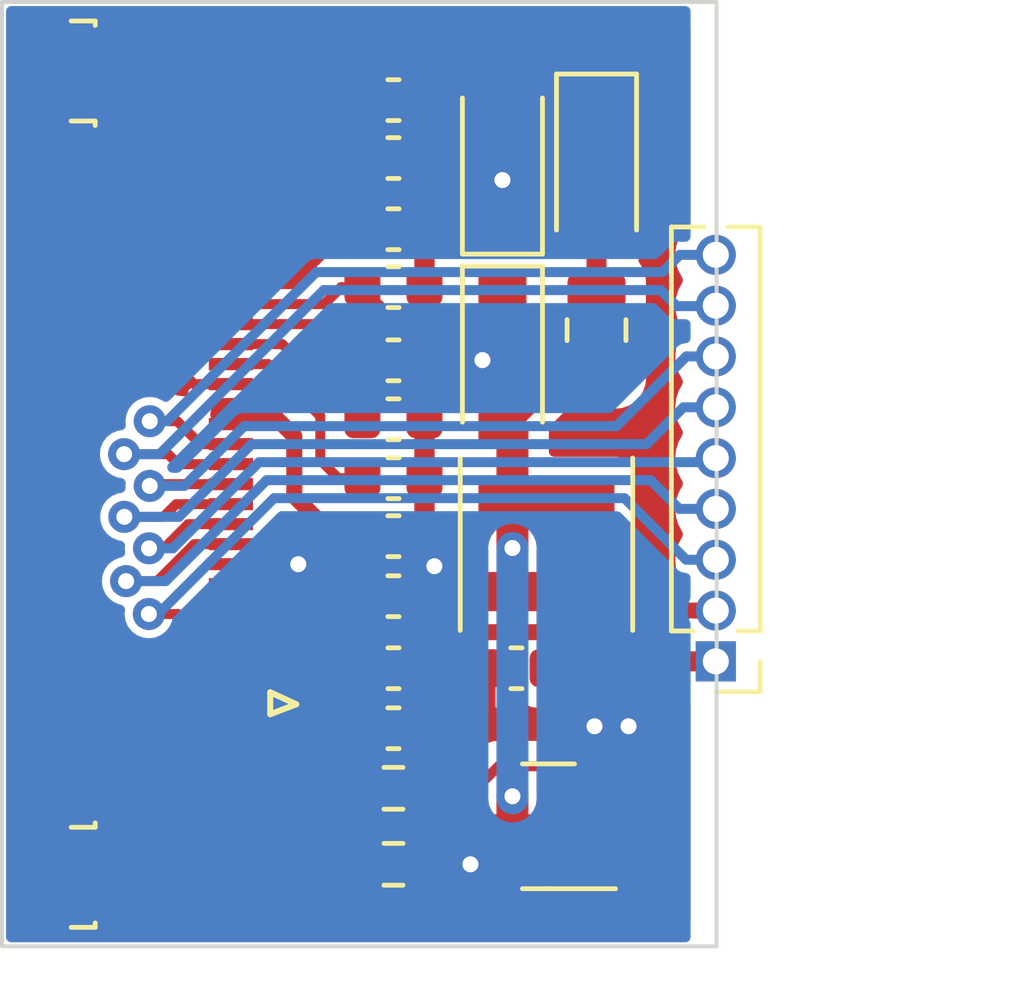
<source format=kicad_pcb>
(kicad_pcb (version 20211014) (generator pcbnew)
  (layers (0 "F.Cu" signal) (31 "B.Cu" signal) (34 "B.Paste" user) (35 "F.Paste" user) (36 "B.SilkS" user "B.Silkscreen") (37 "F.SilkS" user "F.Silkscreen") (38 "B.Mask" user) (39 "F.Mask" user) (44 "Edge.Cuts" user))
  (net 0 "")
  (net 1 "+3V3")
  (net 2 "GND")
  (net 3 "/VGH")
  (net 4 "/VGL")
  (net 5 "/VDD")
  (net 6 "/PREVGH")
  (net 7 "/PREVGL")
  (net 8 "/VSH")
  (net 9 "/VSL")
  (net 10 "/VCOM")
  (net 11 "Net-(C13-Pad1)")
  (net 12 "Net-(C13-Pad2)")
  (net 18 "/CS1")
  (net 19 "/GDR")
  (net 20 "/RESE")
  (net 21 "/TSCL")
  (net 22 "/TSDA")
  (net 23 "/EPD_BUSY")
  (net 24 "/EPD_RST")
  (net 25 "/EPD_DC")
  (net 26 "/EPD_CS")
  (net 27 "/EPD_CLK")
  (net 28 "/EPD_DIN")
  (net 29 "/VPP")
  (footprint "Resistor_SMD:R_0603_1608Metric" (layer "F.Cu") (at 128.778 95.15)
    (fp_text reference "R2" hide)
    (fp_text value "3R")
    (fp_line (start -0.237258 -0.5225) (end 0.237258 -0.5225) (layer "F.SilkS") (width 0.12))
    (fp_line (start -0.237258 0.5225) (end 0.237258 0.5225) (layer "F.SilkS") (width 0.12))
    (pad "1" smd roundrect (at -0.825 0) (size 0.8 0.95) (layers "F.Cu" "F.Paste" "F.Mask") (net 20 "/RESE"))
    (pad "2" smd roundrect (at 0.825 0) (size 0.8 0.95) (layers "F.Cu" "F.Paste" "F.Mask") (net 2 "GND"))
  )
  (footprint "Package_TO_SOT_SMD:SOT-23" (layer "F.Cu") (at 132.65 96.1 180)
    (fp_text reference "Q1" hide)
    (fp_text value "IRLML6344")
    (fp_line (start 0 -1.56) (end -1.675 -1.56) (layer "F.SilkS") (width 0.12))
    (fp_line (start 0 1.56) (end 0.65 1.56) (layer "F.SilkS") (width 0.12))
    (fp_line (start 0 1.56) (end -0.65 1.56) (layer "F.SilkS") (width 0.12))
    (fp_line (start 0 -1.56) (end 0.65 -1.56) (layer "F.SilkS") (width 0.12))
    (pad "1" smd roundrect (at -0.9375 -0.95 180) (size 1.475 0.6) (layers "F.Cu" "F.Paste" "F.Mask") (net 19 "/GDR"))
    (pad "2" smd roundrect (at -0.9375 0.95 180) (size 1.475 0.6) (layers "F.Cu" "F.Paste" "F.Mask") (net 20 "/RESE"))
    (pad "3" smd roundrect (at 0.9375 0 180) (size 1.475 0.6) (layers "F.Cu" "F.Paste" "F.Mask") (net 11 "Net-(C13-Pad1)"))
  )
  (footprint "Diode_SMD:D_SOD-123" (layer "F.Cu") (at 131.5 84.35 -90)
    (fp_text reference "D3" hide)
    (fp_text value "MBR0530")
    (fp_line (start -2.25 1) (end 1.65 1) (layer "F.SilkS") (width 0.12))
    (fp_line (start -2.25 -1) (end -2.25 1) (layer "F.SilkS") (width 0.12))
    (fp_line (start -2.25 -1) (end 1.65 -1) (layer "F.SilkS") (width 0.12))
    (pad "1" smd rect (at -1.65 0 270) (size 0.9 1.2) (layers "F.Cu" "F.Paste" "F.Mask") (net 6 "/PREVGH"))
    (pad "2" smd rect (at 1.65 0 270) (size 0.9 1.2) (layers "F.Cu" "F.Paste" "F.Mask") (net 11 "Net-(C13-Pad1)"))
  )
  (footprint "Inductor_SMD:L_Coilcraft_XxL4020" (layer "F.Cu") (at 132.6 89.05 -90)
    (fp_text reference "L1" hide)
    (fp_text value "10uH")
    (fp_line (start 2.154 2.154) (end -2.154 2.154) (layer "F.SilkS") (width 0.12))
    (fp_line (start -2.154 -2.154) (end 2.154 -2.154) (layer "F.SilkS") (width 0.12))
    (pad "1" smd rect (at -1.185 0 270) (size 0.98 3.4) (layers "F.Cu" "F.Paste" "F.Mask") (net 11 "Net-(C13-Pad1)"))
    (pad "2" smd rect (at 1.185 0 270) (size 0.98 3.4) (layers "F.Cu" "F.Paste" "F.Mask") (net 1 "+3V3"))
  )
  (footprint "Connector_FFC-FPC:TE_3-1734839-4_1x34-1MP_P0.5mm_Horizontal" (layer "F.Cu") (at 123.3678 87.2998 -90)
    (fp_text reference "J1" hide)
    (fp_text value "Conn_01x34_MountingPin")
    (fp_line (start -11.215 2.04) (end -11.325 2.04) (layer "F.SilkS") (width 0.12))
    (fp_line (start -11.325 2.04) (end -11.325 2.64) (layer "F.SilkS") (width 0.12))
    (fp_line (start 11.215 2.04) (end 11.325 2.04) (layer "F.SilkS") (width 0.12))
    (fp_line (start 11.325 2.04) (end 11.325 2.64) (layer "F.SilkS") (width 0.12))
    (pad "1" smd rect (at -8.25 -1.35 270) (size 0.3 1.1) (layers "F.Cu" "F.Paste" "F.Mask"))
    (pad "2" smd rect (at -7.75 -1.35 270) (size 0.3 1.1) (layers "F.Cu" "F.Paste" "F.Mask"))
    (pad "3" smd rect (at -7.25 -1.35 270) (size 0.3 1.1) (layers "F.Cu" "F.Paste" "F.Mask"))
    (pad "4" smd rect (at -6.75 -1.35 270) (size 0.3 1.1) (layers "F.Cu" "F.Paste" "F.Mask"))
    (pad "5" smd rect (at -6.25 -1.35 270) (size 0.3 1.1) (layers "F.Cu" "F.Paste" "F.Mask"))
    (pad "6" smd rect (at -5.75 -1.35 270) (size 0.3 1.1) (layers "F.Cu" "F.Paste" "F.Mask") (net 10 "/VCOM"))
    (pad "7" smd rect (at -5.25 -1.35 270) (size 0.3 1.1) (layers "F.Cu" "F.Paste" "F.Mask") (net 7 "/PREVGL"))
    (pad "8" smd rect (at -4.75 -1.35 270) (size 0.3 1.1) (layers "F.Cu" "F.Paste" "F.Mask") (net 9 "/VSL"))
    (pad "9" smd rect (at -4.25 -1.35 270) (size 0.3 1.1) (layers "F.Cu" "F.Paste" "F.Mask") (net 6 "/PREVGH"))
    (pad "10" smd rect (at -3.75 -1.35 270) (size 0.3 1.1) (layers "F.Cu" "F.Paste" "F.Mask") (net 8 "/VSH"))
    (pad "11" smd rect (at -3.25 -1.35 270) (size 0.3 1.1) (layers "F.Cu" "F.Paste" "F.Mask") (net 29 "/VPP"))
    (pad "12" smd rect (at -2.75 -1.35 270) (size 0.3 1.1) (layers "F.Cu" "F.Paste" "F.Mask") (net 5 "/VDD"))
    (pad "13" smd rect (at -2.25 -1.35 270) (size 0.3 1.1) (layers "F.Cu" "F.Paste" "F.Mask") (net 2 "GND"))
    (pad "14" smd rect (at -1.75 -1.35 270) (size 0.3 1.1) (layers "F.Cu" "F.Paste" "F.Mask") (net 1 "+3V3"))
    (pad "15" smd rect (at -1.25 -1.35 270) (size 0.3 1.1) (layers "F.Cu" "F.Paste" "F.Mask") (net 1 "+3V3"))
    (pad "16" smd rect (at -0.75 -1.35 270) (size 0.3 1.1) (layers "F.Cu" "F.Paste" "F.Mask") (net 28 "/EPD_DIN"))
    (pad "17" smd rect (at -0.25 -1.35 270) (size 0.3 1.1) (layers "F.Cu" "F.Paste" "F.Mask") (net 27 "/EPD_CLK"))
    (pad "18" smd rect (at 0.25 -1.35 270) (size 0.3 1.1) (layers "F.Cu" "F.Paste" "F.Mask") (net 26 "/EPD_CS"))
    (pad "19" smd rect (at 0.75 -1.35 270) (size 0.3 1.1) (layers "F.Cu" "F.Paste" "F.Mask") (net 25 "/EPD_DC"))
    (pad "20" smd rect (at 1.25 -1.35 270) (size 0.3 1.1) (layers "F.Cu" "F.Paste" "F.Mask") (net 24 "/EPD_RST"))
    (pad "21" smd rect (at 1.75 -1.35 270) (size 0.3 1.1) (layers "F.Cu" "F.Paste" "F.Mask") (net 23 "/EPD_BUSY"))
    (pad "22" smd rect (at 2.25 -1.35 270) (size 0.3 1.1) (layers "F.Cu" "F.Paste" "F.Mask") (net 2 "GND"))
    (pad "23" smd rect (at 2.75 -1.35 270) (size 0.3 1.1) (layers "F.Cu" "F.Paste" "F.Mask") (net 22 "/TSDA"))
    (pad "24" smd rect (at 3.25 -1.35 270) (size 0.3 1.1) (layers "F.Cu" "F.Paste" "F.Mask") (net 21 "/TSCL"))
    (pad "25" smd rect (at 3.75 -1.35 270) (size 0.3 1.1) (layers "F.Cu" "F.Paste" "F.Mask") (net 3 "/VGH"))
    (pad "26" smd rect (at 4.25 -1.35 270) (size 0.3 1.1) (layers "F.Cu" "F.Paste" "F.Mask") (net 4 "/VGL"))
    (pad "27" smd rect (at 4.75 -1.35 270) (size 0.3 1.1) (layers "F.Cu" "F.Paste" "F.Mask") (net 20 "/RESE"))
    (pad "28" smd rect (at 5.25 -1.35 270) (size 0.3 1.1) (layers "F.Cu" "F.Paste" "F.Mask") (net 19 "/GDR"))
    (pad "29" smd rect (at 5.75 -1.35 270) (size 0.3 1.1) (layers "F.Cu" "F.Paste" "F.Mask") (net 18 "/CS1"))
    (pad "30" smd rect (at 6.25 -1.35 270) (size 0.3 1.1) (layers "F.Cu" "F.Paste" "F.Mask"))
    (pad "31" smd rect (at 6.75 -1.35 270) (size 0.3 1.1) (layers "F.Cu" "F.Paste" "F.Mask"))
    (pad "32" smd rect (at 7.25 -1.35 270) (size 0.3 1.1) (layers "F.Cu" "F.Paste" "F.Mask"))
    (pad "33" smd rect (at 7.75 -1.35 270) (size 0.3 1.1) (layers "F.Cu" "F.Paste" "F.Mask"))
    (pad "34" smd rect (at 8.25 -1.35 270) (size 0.3 1.1) (layers "F.Cu" "F.Paste" "F.Mask"))
    (pad "MP" smd rect (at -9.92 0.35 270) (size 2.3 3.1) (layers "F.Cu" "F.Paste" "F.Mask") (net 2 "GND"))
    (pad "MP" smd rect (at 9.92 0.35 270) (size 2.3 3.1) (layers "F.Cu" "F.Paste" "F.Mask") (net 2 "GND"))
  )
  (footprint "Connector_FFC-FPC:TE_2-1734839-4_1x24-1MP_P0.5mm_Horizontal" (layer "F.Cu") (at 123.3678 87.2998 -90)
    (fp_text reference "J2" hide)
    (fp_text value "Conn_01x24_MountingPin")
    (fp_line (start -8.825 2.04) (end -8.825 2.64) (layer "F.SilkS") (width 0.12))
    (fp_line (start -8.715 2.04) (end -8.825 2.04) (layer "F.SilkS") (width 0.12))
    (fp_line (start 8.715 2.04) (end 8.825 2.04) (layer "F.SilkS") (width 0.12))
    (fp_line (start 8.825 2.04) (end 8.825 2.64) (layer "F.SilkS") (width 0.12))
    (pad "1" smd rect (at -5.75 -1.35 270) (size 0.3 1.1) (layers "F.Cu" "F.Paste" "F.Mask") (net 10 "/VCOM"))
    (pad "2" smd rect (at -5.25 -1.35 270) (size 0.3 1.1) (layers "F.Cu" "F.Paste" "F.Mask") (net 7 "/PREVGL"))
    (pad "3" smd rect (at -4.75 -1.35 270) (size 0.3 1.1) (layers "F.Cu" "F.Paste" "F.Mask") (net 9 "/VSL"))
    (pad "4" smd rect (at -4.25 -1.35 270) (size 0.3 1.1) (layers "F.Cu" "F.Paste" "F.Mask") (net 6 "/PREVGH"))
    (pad "5" smd rect (at -3.75 -1.35 270) (size 0.3 1.1) (layers "F.Cu" "F.Paste" "F.Mask") (net 8 "/VSH"))
    (pad "6" smd rect (at -3.25 -1.35 270) (size 0.3 1.1) (layers "F.Cu" "F.Paste" "F.Mask") (net 29 "/VPP"))
    (pad "7" smd rect (at -2.75 -1.35 270) (size 0.3 1.1) (layers "F.Cu" "F.Paste" "F.Mask") (net 5 "/VDD"))
    (pad "8" smd rect (at -2.25 -1.35 270) (size 0.3 1.1) (layers "F.Cu" "F.Paste" "F.Mask") (net 2 "GND"))
    (pad "9" smd rect (at -1.75 -1.35 270) (size 0.3 1.1) (layers "F.Cu" "F.Paste" "F.Mask") (net 1 "+3V3"))
    (pad "10" smd rect (at -1.25 -1.35 270) (size 0.3 1.1) (layers "F.Cu" "F.Paste" "F.Mask") (net 1 "+3V3"))
    (pad "11" smd rect (at -0.75 -1.35 270) (size 0.3 1.1) (layers "F.Cu" "F.Paste" "F.Mask") (net 28 "/EPD_DIN"))
    (pad "12" smd rect (at -0.25 -1.35 270) (size 0.3 1.1) (layers "F.Cu" "F.Paste" "F.Mask") (net 27 "/EPD_CLK"))
    (pad "13" smd rect (at 0.25 -1.35 270) (size 0.3 1.1) (layers "F.Cu" "F.Paste" "F.Mask") (net 26 "/EPD_CS"))
    (pad "14" smd rect (at 0.75 -1.35 270) (size 0.3 1.1) (layers "F.Cu" "F.Paste" "F.Mask") (net 25 "/EPD_DC"))
    (pad "15" smd rect (at 1.25 -1.35 270) (size 0.3 1.1) (layers "F.Cu" "F.Paste" "F.Mask") (net 24 "/EPD_RST"))
    (pad "16" smd rect (at 1.75 -1.35 270) (size 0.3 1.1) (layers "F.Cu" "F.Paste" "F.Mask") (net 23 "/EPD_BUSY"))
    (pad "17" smd rect (at 2.25 -1.35 270) (size 0.3 1.1) (layers "F.Cu" "F.Paste" "F.Mask") (net 2 "GND"))
    (pad "18" smd rect (at 2.75 -1.35 270) (size 0.3 1.1) (layers "F.Cu" "F.Paste" "F.Mask") (net 22 "/TSDA"))
    (pad "19" smd rect (at 3.25 -1.35 270) (size 0.3 1.1) (layers "F.Cu" "F.Paste" "F.Mask") (net 21 "/TSCL"))
    (pad "20" smd rect (at 3.75 -1.35 270) (size 0.3 1.1) (layers "F.Cu" "F.Paste" "F.Mask") (net 3 "/VGH"))
    (pad "21" smd rect (at 4.25 -1.35 270) (size 0.3 1.1) (layers "F.Cu" "F.Paste" "F.Mask") (net 4 "/VGL"))
    (pad "22" smd rect (at 4.75 -1.35 270) (size 0.3 1.1) (layers "F.Cu" "F.Paste" "F.Mask") (net 20 "/RESE"))
    (pad "23" smd rect (at 5.25 -1.35 270) (size 0.3 1.1) (layers "F.Cu" "F.Paste" "F.Mask") (net 19 "/GDR"))
    (pad "24" smd rect (at 5.75 -1.35 270) (size 0.3 1.1) (layers "F.Cu" "F.Paste" "F.Mask") (net 18 "/CS1"))
    (pad "MP" smd rect (at 7.42 0.35 270) (size 2.3 3.1) (layers "F.Cu" "F.Paste" "F.Mask") (net 2 "GND"))
    (pad "MP" smd rect (at -7.42 0.35 270) (size 2.3 3.1) (layers "F.Cu" "F.Paste" "F.Mask") (net 2 "GND"))
  )
  (footprint "Capacitor_SMD:C_0603_1608Metric" (layer "F.Cu") (at 128.778 84.455)
    (fp_text reference "C9" hide)
    (fp_text value "1uF/25V")
    (fp_line (start -0.14058 0.51) (end 0.14058 0.51) (layer "F.SilkS") (width 0.12))
    (fp_line (start -0.14058 -0.51) (end 0.14058 -0.51) (layer "F.SilkS") (width 0.12))
    (pad "1" smd roundrect (at -0.775 0) (size 0.9 0.95) (layers "F.Cu" "F.Paste" "F.Mask") (net 8 "/VSH"))
    (pad "2" smd roundrect (at 0.775 0) (size 0.9 0.95) (layers "F.Cu" "F.Paste" "F.Mask") (net 2 "GND"))
  )
  (footprint "Capacitor_SMD:C_0603_1608Metric" (layer "F.Cu") (at 128.778 79.4)
    (fp_text reference "C8" hide)
    (fp_text value "1uF/50V")
    (fp_line (start -0.14058 0.51) (end 0.14058 0.51) (layer "F.SilkS") (width 0.12))
    (fp_line (start -0.14058 -0.51) (end 0.14058 -0.51) (layer "F.SilkS") (width 0.12))
    (pad "1" smd roundrect (at -0.775 0) (size 0.9 0.95) (layers "F.Cu" "F.Paste" "F.Mask") (net 7 "/PREVGL"))
    (pad "2" smd roundrect (at 0.775 0) (size 0.9 0.95) (layers "F.Cu" "F.Paste" "F.Mask") (net 2 "GND"))
  )
  (footprint "Capacitor_SMD:C_0603_1608Metric" (layer "F.Cu") (at 128.778 77.9526)
    (fp_text reference "C11" hide)
    (fp_text value "1uF/6V")
    (fp_line (start -0.14058 -0.51) (end 0.14058 -0.51) (layer "F.SilkS") (width 0.12))
    (fp_line (start -0.14058 0.51) (end 0.14058 0.51) (layer "F.SilkS") (width 0.12))
    (pad "1" smd roundrect (at -0.775 0) (size 0.9 0.95) (layers "F.Cu" "F.Paste" "F.Mask") (net 10 "/VCOM"))
    (pad "2" smd roundrect (at 0.775 0) (size 0.9 0.95) (layers "F.Cu" "F.Paste" "F.Mask") (net 2 "GND"))
  )
  (footprint "Capacitor_SMD:C_0603_1608Metric" (layer "F.Cu") (at 131.85 92.15)
    (fp_text reference "C12" hide)
    (fp_text value "10uF/6V")
    (fp_line (start -0.14058 -0.51) (end 0.14058 -0.51) (layer "F.SilkS") (width 0.12))
    (fp_line (start -0.14058 0.51) (end 0.14058 0.51) (layer "F.SilkS") (width 0.12))
    (pad "1" smd roundrect (at -0.775 0) (size 0.9 0.95) (layers "F.Cu" "F.Paste" "F.Mask") (net 2 "GND"))
    (pad "2" smd roundrect (at 0.775 0) (size 0.9 0.95) (layers "F.Cu" "F.Paste" "F.Mask") (net 1 "+3V3"))
  )
  (footprint "Capacitor_SMD:C_0603_1608Metric" (layer "F.Cu") (at 128.778 88.85)
    (fp_text reference "C1" hide)
    (fp_text value "0.1uF/25V")
    (fp_line (start -0.14058 -0.51) (end 0.14058 -0.51) (layer "F.SilkS") (width 0.12))
    (fp_line (start -0.14058 0.51) (end 0.14058 0.51) (layer "F.SilkS") (width 0.12))
    (pad "1" smd roundrect (at -0.775 0) (size 0.9 0.95) (layers "F.Cu" "F.Paste" "F.Mask") (net 1 "+3V3"))
    (pad "2" smd roundrect (at 0.775 0) (size 0.9 0.95) (layers "F.Cu" "F.Paste" "F.Mask") (net 2 "GND"))
  )
  (footprint "Capacitor_SMD:C_0603_1608Metric" (layer "F.Cu") (at 128.778 85.9282)
    (fp_text reference "C7" hide)
    (fp_text value "1uF/25V")
    (fp_line (start -0.14058 -0.51) (end 0.14058 -0.51) (layer "F.SilkS") (width 0.12))
    (fp_line (start -0.14058 0.51) (end 0.14058 0.51) (layer "F.SilkS") (width 0.12))
    (pad "1" smd roundrect (at -0.775 0) (size 0.9 0.95) (layers "F.Cu" "F.Paste" "F.Mask") (net 29 "/VPP"))
    (pad "2" smd roundrect (at 0.775 0) (size 0.9 0.95) (layers "F.Cu" "F.Paste" "F.Mask") (net 2 "GND"))
  )
  (footprint "Connector_PinHeader_1.27mm:PinHeader_1x09_P1.27mm_Vertical" (layer "F.Cu") (at 136.8294 91.9784 180)
    (fp_text reference "J3" hide)
    (fp_text value "Conn_01x09_Female")
    (fp_line (start -1.11 0.76) (end -0.563471 0.76) (layer "F.SilkS") (width 0.12))
    (fp_line (start -1.11 10.855) (end -0.30753 10.855) (layer "F.SilkS") (width 0.12))
    (fp_line (start -1.11 -0.76) (end 0 -0.76) (layer "F.SilkS") (width 0.12))
    (fp_line (start 0.30753 10.855) (end 1.11 10.855) (layer "F.SilkS") (width 0.12))
    (fp_line (start 1.11 0.76) (end 1.11 10.855) (layer "F.SilkS") (width 0.12))
    (fp_line (start -1.11 0.76) (end -1.11 10.855) (layer "F.SilkS") (width 0.12))
    (fp_line (start 0.563471 0.76) (end 1.11 0.76) (layer "F.SilkS") (width 0.12))
    (fp_line (start -1.11 0) (end -1.11 -0.76) (layer "F.SilkS") (width 0.12))
    (pad "1" thru_hole rect (at 0 0 180) (size 1 1) (drill 0.65) (layers *.Cu *.Mask) (net 2 "GND"))
    (pad "2" thru_hole oval (at 0 1.27 180) (size 1 1) (drill 0.65) (layers *.Cu *.Mask) (net 1 "+3V3"))
    (pad "3" thru_hole oval (at 0 2.54 180) (size 1 1) (drill 0.65) (layers *.Cu *.Mask) (net 18 "/CS1"))
    (pad "4" thru_hole oval (at 0 3.81 180) (size 1 1) (drill 0.65) (layers *.Cu *.Mask) (net 23 "/EPD_BUSY"))
    (pad "5" thru_hole oval (at 0 5.08 180) (size 1 1) (drill 0.65) (layers *.Cu *.Mask) (net 24 "/EPD_RST"))
    (pad "6" thru_hole oval (at 0 6.35 180) (size 1 1) (drill 0.65) (layers *.Cu *.Mask) (net 25 "/EPD_DC"))
    (pad "7" thru_hole oval (at 0 7.62 180) (size 1 1) (drill 0.65) (layers *.Cu *.Mask) (net 26 "/EPD_CS"))
    (pad "8" thru_hole oval (at 0 8.89 180) (size 1 1) (drill 0.65) (layers *.Cu *.Mask) (net 27 "/EPD_CLK"))
    (pad "9" thru_hole oval (at 0 10.16 180) (size 1 1) (drill 0.65) (layers *.Cu *.Mask) (net 28 "/EPD_DIN"))
  )
  (footprint "Resistor_SMD:R_0603_1608Metric" (layer "F.Cu") (at 128.778 97.05)
    (fp_text reference "R1" hide)
    (fp_text value "1M")
    (fp_line (start -0.237258 0.5225) (end 0.237258 0.5225) (layer "F.SilkS") (width 0.12))
    (fp_line (start -0.237258 -0.5225) (end 0.237258 -0.5225) (layer "F.SilkS") (width 0.12))
    (pad "1" smd roundrect (at -0.825 0) (size 0.8 0.95) (layers "F.Cu" "F.Paste" "F.Mask") (net 19 "/GDR"))
    (pad "2" smd roundrect (at 0.825 0) (size 0.8 0.95) (layers "F.Cu" "F.Paste" "F.Mask") (net 2 "GND"))
  )
  (footprint "Capacitor_SMD:C_0603_1608Metric" (layer "F.Cu") (at 128.778 92.15)
    (fp_text reference "C2" hide)
    (fp_text value "1uF/25V")
    (fp_line (start -0.14058 -0.51) (end 0.14058 -0.51) (layer "F.SilkS") (width 0.12))
    (fp_line (start -0.14058 0.51) (end 0.14058 0.51) (layer "F.SilkS") (width 0.12))
    (pad "1" smd roundrect (at -0.775 0) (size 0.9 0.95) (layers "F.Cu" "F.Paste" "F.Mask") (net 3 "/VGH"))
    (pad "2" smd roundrect (at 0.775 0) (size 0.9 0.95) (layers "F.Cu" "F.Paste" "F.Mask") (net 2 "GND"))
  )
  (footprint "Capacitor_SMD:C_0805_2012Metric" (layer "F.Cu") (at 133.85 83.7 90)
    (fp_text reference "C13" hide)
    (fp_text value "4.7uF/50V")
    (fp_line (start -0.261252 0.735) (end 0.261252 0.735) (layer "F.SilkS") (width 0.12))
    (fp_line (start -0.261252 -0.735) (end 0.261252 -0.735) (layer "F.SilkS") (width 0.12))
    (pad "1" smd roundrect (at -0.95 0 90) (size 1 1.45) (layers "F.Cu" "F.Paste" "F.Mask") (net 11 "Net-(C13-Pad1)"))
    (pad "2" smd roundrect (at 0.95 0 90) (size 1 1.45) (layers "F.Cu" "F.Paste" "F.Mask") (net 12 "Net-(C13-Pad2)"))
  )
  (footprint "Capacitor_SMD:C_0603_1608Metric" (layer "F.Cu") (at 128.778 90.35)
    (fp_text reference "C4" hide)
    (fp_text value "1uF/25V")
    (fp_line (start -0.14058 0.51) (end 0.14058 0.51) (layer "F.SilkS") (width 0.12))
    (fp_line (start -0.14058 -0.51) (end 0.14058 -0.51) (layer "F.SilkS") (width 0.12))
    (pad "1" smd roundrect (at -0.775 0) (size 0.9 0.95) (layers "F.Cu" "F.Paste" "F.Mask") (net 1 "+3V3"))
    (pad "2" smd roundrect (at 0.775 0) (size 0.9 0.95) (layers "F.Cu" "F.Paste" "F.Mask") (net 2 "GND"))
  )
  (footprint "Diode_SMD:D_SOD-123" (layer "F.Cu") (at 131.5 79.55 90)
    (fp_text reference "D2" hide)
    (fp_text value "MBR0530")
    (fp_line (start -2.25 1) (end 1.65 1) (layer "F.SilkS") (width 0.12))
    (fp_line (start -2.25 -1) (end 1.65 -1) (layer "F.SilkS") (width 0.12))
    (fp_line (start -2.25 -1) (end -2.25 1) (layer "F.SilkS") (width 0.12))
    (pad "1" smd rect (at -1.65 0 90) (size 0.9 1.2) (layers "F.Cu" "F.Paste" "F.Mask") (net 12 "Net-(C13-Pad2)"))
    (pad "2" smd rect (at 1.65 0 90) (size 0.9 1.2) (layers "F.Cu" "F.Paste" "F.Mask") (net 7 "/PREVGL"))
  )
  (footprint "Capacitor_SMD:C_0603_1608Metric" (layer "F.Cu") (at 128.778 81.1784)
    (fp_text reference "C10" hide)
    (fp_text value "1uF/25V")
    (fp_line (start -0.14058 0.51) (end 0.14058 0.51) (layer "F.SilkS") (width 0.12))
    (fp_line (start -0.14058 -0.51) (end 0.14058 -0.51) (layer "F.SilkS") (width 0.12))
    (pad "1" smd roundrect (at -0.775 0) (size 0.9 0.95) (layers "F.Cu" "F.Paste" "F.Mask") (net 9 "/VSL"))
    (pad "2" smd roundrect (at 0.775 0) (size 0.9 0.95) (layers "F.Cu" "F.Paste" "F.Mask") (net 2 "GND"))
  )
  (footprint "Capacitor_SMD:C_0603_1608Metric" (layer "F.Cu") (at 128.778 82.6262)
    (fp_text reference "C6" hide)
    (fp_text value "1uF/50V")
    (fp_line (start -0.14058 0.51) (end 0.14058 0.51) (layer "F.SilkS") (width 0.12))
    (fp_line (start -0.14058 -0.51) (end 0.14058 -0.51) (layer "F.SilkS") (width 0.12))
    (pad "1" smd roundrect (at -0.775 0) (size 0.9 0.95) (layers "F.Cu" "F.Paste" "F.Mask") (net 6 "/PREVGH"))
    (pad "2" smd roundrect (at 0.775 0) (size 0.9 0.95) (layers "F.Cu" "F.Paste" "F.Mask") (net 2 "GND"))
  )
  (footprint "Capacitor_SMD:C_0603_1608Metric" (layer "F.Cu") (at 128.778 87.4014)
    (fp_text reference "C5" hide)
    (fp_text value "1uF/25V")
    (fp_line (start -0.14058 -0.51) (end 0.14058 -0.51) (layer "F.SilkS") (width 0.12))
    (fp_line (start -0.14058 0.51) (end 0.14058 0.51) (layer "F.SilkS") (width 0.12))
    (pad "1" smd roundrect (at -0.775 0) (size 0.9 0.95) (layers "F.Cu" "F.Paste" "F.Mask") (net 5 "/VDD"))
    (pad "2" smd roundrect (at 0.775 0) (size 0.9 0.95) (layers "F.Cu" "F.Paste" "F.Mask") (net 2 "GND"))
  )
  (footprint "Diode_SMD:D_SOD-123" (layer "F.Cu") (at 133.85 79.55 -90)
    (fp_text reference "D1" hide)
    (fp_text value "MBR0530")
    (fp_line (start -2.25 -1) (end -2.25 1) (layer "F.SilkS") (width 0.12))
    (fp_line (start -2.25 1) (end 1.65 1) (layer "F.SilkS") (width 0.12))
    (fp_line (start -2.25 -1) (end 1.65 -1) (layer "F.SilkS") (width 0.12))
    (pad "1" smd rect (at -1.65 0 270) (size 0.9 1.2) (layers "F.Cu" "F.Paste" "F.Mask") (net 2 "GND"))
    (pad "2" smd rect (at 1.65 0 270) (size 0.9 1.2) (layers "F.Cu" "F.Paste" "F.Mask") (net 12 "Net-(C13-Pad2)"))
  )
  (footprint "Capacitor_SMD:C_0603_1608Metric" (layer "F.Cu") (at 128.778 93.65)
    (fp_text reference "C3" hide)
    (fp_text value "1uF/25V")
    (fp_line (start -0.14058 0.51) (end 0.14058 0.51) (layer "F.SilkS") (width 0.12))
    (fp_line (start -0.14058 -0.51) (end 0.14058 -0.51) (layer "F.SilkS") (width 0.12))
    (pad "1" smd roundrect (at -0.775 0) (size 0.9 0.95) (layers "F.Cu" "F.Paste" "F.Mask") (net 4 "/VGL"))
    (pad "2" smd roundrect (at 0.775 0) (size 0.9 0.95) (layers "F.Cu" "F.Paste" "F.Mask") (net 2 "GND"))
  )
  (gr_line (start 125.7 93.3) (end 126.35 93.05) (layer "F.SilkS") (width 0.15))
  (gr_line (start 125.7 92.75) (end 125.7 93.3) (layer "F.SilkS") (width 0.15))
  (gr_line (start 126.35 93.05) (end 125.7 92.75) (layer "F.SilkS") (width 0.15))
  (gr_line (start 119 75.5) (end 119 99.1) (layer "Edge.Cuts") (width 0.1))
  (gr_line (start 136.85 75.5) (end 119 75.5) (layer "Edge.Cuts") (width 0.1))
  (gr_line (start 119 99.1) (end 136.85 99.1) (layer "Edge.Cuts") (width 0.1))
  (gr_line (start 136.85 99.1) (end 136.85 75.5) (layer "Edge.Cuts") (width 0.1))
  (segment (start 128.003 88.85) (end 127.3 88.85) (width 0.4) (layer "F.Cu") (net 1))
  (segment (start 128.903 91.25) (end 128.003 90.35) (width 0.4) (layer "F.Cu") (net 1))
  (segment (start 125.75 85.8) (end 124.4 85.8) (width 0.4) (layer "F.Cu") (net 1))
  (segment (start 134.485 90.235) (end 132.6 90.235) (width 0.4) (layer "F.Cu") (net 1))
  (segment (start 132.5 91.25) (end 132.625 91.125) (width 0.4) (layer "F.Cu") (net 1))
  (segment (start 126.3 86.35) (end 125.75 85.8) (width 0.4) (layer "F.Cu") (net 1))
  (segment (start 134.9584 90.7084) (end 134.485 90.235) (width 0.4) (layer "F.Cu") (net 1))
  (segment (start 127.3 88.85) (end 126.3 87.85) (width 0.4) (layer "F.Cu") (net 1))
  (segment (start 132.625 91.125) (end 132.625 90.26) (width 0.4) (layer "F.Cu") (net 1))
  (segment (start 132.625 92.15) (end 132.625 91.125) (width 0.4) (layer "F.Cu") (net 1))
  (segment (start 136.8294 90.7084) (end 134.9584 90.7084) (width 0.4) (layer "F.Cu") (net 1))
  (segment (start 126.3 87.85) (end 126.3 86.35) (width 0.4) (layer "F.Cu") (net 1))
  (segment (start 128.003 90.35) (end 128.003 88.85) (width 0.5) (layer "F.Cu") (net 1))
  (segment (start 132.625 90.26) (end 132.6 90.235) (width 0.4) (layer "F.Cu") (net 1))
  (segment (start 128.903 91.25) (end 132.5 91.25) (width 0.4) (layer "F.Cu") (net 1))
  (segment (start 129.553 93.65) (end 129.553 95.1) (width 0.5) (layer "F.Cu") (net 2))
  (segment (start 130.7 97.05) (end 129.603 97.05) (width 0.25) (layer "F.Cu") (net 2))
  (segment (start 129.553 93.65) (end 129.553 92.15) (width 0.5) (layer "F.Cu") (net 2))
  (segment (start 133.9 93.65) (end 129.553 93.65) (width 0.5) (layer "F.Cu") (net 2))
  (segment (start 131 84.45) (end 129.558 84.45) (width 0.25) (layer "F.Cu") (net 2))
  (segment (start 135.5716 91.9784) (end 133.9 93.65) (width 0.5) (layer "F.Cu") (net 2))
  (segment (start 124.7178 85.0498) (end 123.7998 85.0498) (width 0.25) (layer "F.Cu") (net 2))
  (segment (start 131 79.95) (end 131.5 79.95) (width 0.25) (layer "F.Cu") (net 2))
  (segment (start 136.8294 91.9784) (end 135.5716 91.9784) (width 0.5) (layer "F.Cu") (net 2))
  (segment (start 131.075 92.15) (end 129.553 92.15) (width 0.25) (layer "F.Cu") (net 2))
  (segment (start 126.3998 89.5498) (end 126.4 89.55) (width 0.25) (layer "F.Cu") (net 2))
  (segment (start 124.7178 89.5498) (end 126.3998 89.5498) (width 0.25) (layer "F.Cu") (net 2))
  (segment (start 129.553 81.1784) (end 129.7716 81.1784) (width 0.25) (layer "F.Cu") (net 2))
  (segment (start 123.7998 85.0498) (end 123.0178 84.2678) (width 0.25) (layer "F.Cu") (net 2))
  (segment (start 129.553 82.6262) (end 129.553 81.1784) (width 0.25) (layer "F.Cu") (net 2))
  (segment (start 129.553 95.1) (end 129.603 95.15) (width 0.5) (layer "F.Cu") (net 2))
  (segment (start 129.553 84.455) (end 129.553 90.35) (width 0.25) (layer "F.Cu") (net 2))
  (segment (start 129.558 84.45) (end 129.553 84.455) (width 0.25) (layer "F.Cu") (net 2))
  (segment (start 123.0178 84.2678) (end 123.0178 79.8798) (width 0.25) (layer "F.Cu") (net 2))
  (segment (start 129.7716 81.1784) (end 131 79.95) (width 0.25) (layer "F.Cu") (net 2))
  (via (at 126.4 89.55) (size 0.8) (drill 0.4) (layers "F.Cu" "B.Cu") (net 2))
  (via (at 130.7 97.05) (size 0.8) (drill 0.4) (layers "F.Cu" "B.Cu") (net 2))
  (via (at 131 84.45) (size 0.8) (drill 0.4) (layers "F.Cu" "B.Cu") (net 2))
  (via (at 129.8 89.6) (size 0.8) (drill 0.4) (layers "F.Cu" "B.Cu") (net 2))
  (via (at 133.8 93.6) (size 0.8) (drill 0.4) (layers "F.Cu" "B.Cu") (net 2))
  (via (at 134.65 93.6) (size 0.8) (drill 0.4) (layers "F.Cu" "B.Cu") (net 2))
  (via (at 131.5 79.95) (size 0.8) (drill 0.4) (layers "F.Cu" "B.Cu") (net 2))
  (segment (start 124.7178 91.0498) (end 126.0998 91.0498) (width 0.25) (layer "F.Cu") (net 3))
  (segment (start 126.0998 91.0498) (end 127.2 92.15) (width 0.25) (layer "F.Cu") (net 3))
  (segment (start 127.2 92.15) (end 128.003 92.15) (width 0.25) (layer "F.Cu") (net 3))
  (segment (start 124.7178 91.5498) (end 125.9498 91.5498) (width 0.25) (layer "F.Cu") (net 4))
  (segment (start 125.9498 91.5498) (end 128.003 93.603) (width 0.25) (layer "F.Cu") (net 4))
  (segment (start 128.003 93.603) (end 128.003 93.65) (width 0.25) (layer "F.Cu") (net 4))
  (segment (start 124.7178 84.5498) (end 125.6498 84.5498) (width 0.25) (layer "F.Cu") (net 5))
  (segment (start 126.95 85.85) (end 126.95 86.95) (width 0.25) (layer "F.Cu") (net 5))
  (segment (start 126.95 86.95) (end 127.4014 87.4014) (width 0.25) (layer "F.Cu") (net 5))
  (segment (start 125.6498 84.5498) (end 126.95 85.85) (width 0.25) (layer "F.Cu") (net 5))
  (segment (start 127.4014 87.4014) (end 128.003 87.4014) (width 0.25) (layer "F.Cu") (net 5))
  (segment (start 127.0502 83.0498) (end 127.4738 82.6262) (width 0.25) (layer "F.Cu") (net 6))
  (segment (start 128.9 83.55) (end 128.003 82.653) (width 0.25) (layer "F.Cu") (net 6))
  (segment (start 130.65 83.55) (end 128.9 83.55) (width 0.25) (layer "F.Cu") (net 6))
  (segment (start 127.4738 82.6262) (end 128.003 82.6262) (width 0.25) (layer "F.Cu") (net 6))
  (segment (start 131.5 82.7) (end 130.65 83.55) (width 0.25) (layer "F.Cu") (net 6))
  (segment (start 124.7178 83.0498) (end 127.0502 83.0498) (width 0.25) (layer "F.Cu") (net 6))
  (segment (start 128.003 82.653) (end 128.003 82.6262) (width 0.25) (layer "F.Cu") (net 6))
  (segment (start 124.7178 82.0498) (end 125.8502 82.0498) (width 0.25) (layer "F.Cu") (net 7))
  (segment (start 131.5 77.9) (end 131.5 78.705817) (width 0.25) (layer "F.Cu") (net 7))
  (segment (start 128.003 80.253) (end 128.05 80.3) (width 0.25) (layer "F.Cu") (net 7))
  (segment (start 131.5 78.705817) (end 129.905817 80.3) (width 0.25) (layer "F.Cu") (net 7))
  (segment (start 127.6 80.3) (end 125.85 82.05) (width 0.25) (layer "F.Cu") (net 7))
  (segment (start 128.05 80.3) (end 127.6 80.3) (width 0.25) (layer "F.Cu") (net 7))
  (segment (start 129.905817 80.3) (end 128.05 80.3) (width 0.25) (layer "F.Cu") (net 7))
  (segment (start 128.003 79.4) (end 128.003 80.253) (width 0.25) (layer "F.Cu") (net 7))
  (segment (start 127.805 84.455) (end 128.003 84.455) (width 0.25) (layer "F.Cu") (net 8))
  (segment (start 124.7178 83.5498) (end 126.8998 83.5498) (width 0.25) (layer "F.Cu") (net 8))
  (segment (start 126.8998 83.5498) (end 127.805 84.455) (width 0.25) (layer "F.Cu") (net 8))
  (segment (start 126.2502 82.5498) (end 127.6216 81.1784) (width 0.25) (layer "F.Cu") (net 9))
  (segment (start 124.7178 82.5498) (end 126.2502 82.5498) (width 0.25) (layer "F.Cu") (net 9))
  (segment (start 127.6216 81.1784) (end 128.003 81.1784) (width 0.25) (layer "F.Cu") (net 9))
  (segment (start 126.75 80.3) (end 126.75 78.65) (width 0.25) (layer "F.Cu") (net 10))
  (segment (start 124.7178 81.5498) (end 125.5002 81.5498) (width 0.25) (layer "F.Cu") (net 10))
  (segment (start 126.75 78.65) (end 127.4474 77.9526) (width 0.25) (layer "F.Cu") (net 10))
  (segment (start 125.5002 81.5498) (end 126.75 80.3) (width 0.25) (layer "F.Cu") (net 10))
  (segment (start 127.4474 77.9526) (end 128.003 77.9526) (width 0.25) (layer "F.Cu") (net 10))
  (segment (start 132.85 84.65) (end 131.5 86) (width 0.8) (layer "F.Cu") (net 11))
  (segment (start 131.75 95.35) (end 131.75 96.0625) (width 0.8) (layer "F.Cu") (net 11))
  (segment (start 133.85 84.65) (end 132.85 84.65) (width 0.8) (layer "F.Cu") (net 11))
  (segment (start 131.75 86.25) (end 131.5 86) (width 0.8) (layer "F.Cu") (net 11))
  (segment (start 131.75 89.145498) (end 131.75 86.25) (width 0.8) (layer "F.Cu") (net 11))
  (segment (start 131.75 96.0625) (end 131.7125 96.1) (width 0.8) (layer "F.Cu") (net 11))
  (via (at 131.75 89.145498) (size 0.8) (drill 0.4) (layers "F.Cu" "B.Cu") (net 11))
  (via (at 131.75 95.35) (size 0.8) (drill 0.4) (layers "F.Cu" "B.Cu") (net 11))
  (segment (start 131.75 95.4) (end 131.75 89.245498) (width 0.8) (layer "B.Cu") (net 11))
  (segment (start 131.5 81.2) (end 133.85 81.2) (width 0.5) (layer "F.Cu") (net 12))
  (segment (start 133.85 82.75) (end 133.85 81.2) (width 0.5) (layer "F.Cu") (net 12))
  (segment (start 123.8678 93.0498) (end 123.6 92.782) (width 0.25) (layer "F.Cu") (net 18))
  (segment (start 123.6 92.782) (end 123.6 91) (width 0.25) (layer "F.Cu") (net 18))
  (segment (start 123.394974 90.794974) (end 122.66763 90.794974) (width 0.25) (layer "F.Cu") (net 18))
  (segment (start 124.7178 93.0498) (end 123.8678 93.0498) (width 0.25) (layer "F.Cu") (net 18))
  (segment (start 123.6 91) (end 123.394974 90.794974) (width 0.25) (layer "F.Cu") (net 18))
  (via (at 122.66763 90.794974) (size 0.8) (drill 0.4) (layers "F.Cu" "B.Cu") (net 18))
  (segment (start 134.55 87.9) (end 136.0884 89.4384) (width 0.25) (layer "B.Cu") (net 18))
  (segment (start 136.0884 89.4384) (end 136.8294 89.4384) (width 0.25) (layer "B.Cu") (net 18))
  (segment (start 122.90061 90.794974) (end 125.795584 87.9) (width 0.25) (layer "B.Cu") (net 18))
  (segment (start 122.66763 90.794974) (end 122.90061 90.794974) (width 0.25) (layer "B.Cu") (net 18))
  (segment (start 125.795584 87.9) (end 134.55 87.9) (width 0.25) (layer "B.Cu") (net 18))
  (segment (start 127.953 97.303) (end 127.953 97.05) (width 0.25) (layer "F.Cu") (net 19))
  (segment (start 126.65 95.95) (end 127.75 97.05) (width 0.25) (layer "F.Cu") (net 19))
  (segment (start 126.65 93.818396) (end 126.65 95.95) (width 0.25) (layer "F.Cu") (net 19))
  (segment (start 131.45 97.85) (end 128.5 97.85) (width 0.25) (layer "F.Cu") (net 19))
  (segment (start 127.75 97.05) (end 127.953 97.05) (width 0.25) (layer "F.Cu") (net 19))
  (segment (start 132.25 97.05) (end 131.45 97.85) (width 0.25) (layer "F.Cu") (net 19))
  (segment (start 133.5875 97.05) (end 132.25 97.05) (width 0.25) (layer "F.Cu") (net 19))
  (segment (start 125.381404 92.5498) (end 126.65 93.818396) (width 0.25) (layer "F.Cu") (net 19))
  (segment (start 124.7178 92.5498) (end 125.381404 92.5498) (width 0.25) (layer "F.Cu") (net 19))
  (segment (start 128.5 97.85) (end 127.953 97.303) (width 0.25) (layer "F.Cu") (net 19))
  (segment (start 127.1 94.45) (end 127.8 95.15) (width 0.25) (layer "F.Cu") (net 20))
  (segment (start 125.6998 92.0498) (end 127.1 93.45) (width 0.25) (layer "F.Cu") (net 20))
  (segment (start 124.7178 92.0498) (end 125.6998 92.0498) (width 0.25) (layer "F.Cu") (net 20))
  (segment (start 127.953 95.15) (end 128.753 95.95) (width 0.25) (layer "F.Cu") (net 20))
  (segment (start 127.8 95.15) (end 127.953 95.15) (width 0.25) (layer "F.Cu") (net 20))
  (segment (start 133.0375 94.6) (end 133.5875 95.15) (width 0.25) (layer "F.Cu") (net 20))
  (segment (start 128.753 95.95) (end 130.05 95.95) (width 0.25) (layer "F.Cu") (net 20))
  (segment (start 130.05 95.95) (end 131.4 94.6) (width 0.25) (layer "F.Cu") (net 20))
  (segment (start 127.1 93.45) (end 127.1 94.45) (width 0.25) (layer "F.Cu") (net 20))
  (segment (start 131.4 94.6) (end 133.0375 94.6) (width 0.25) (layer "F.Cu") (net 20))
  (segment (start 122.099628 89.972551) (end 122.878155 89.972551) (width 0.25) (layer "F.Cu") (net 23))
  (segment (start 122.878155 89.972551) (end 123.800906 89.0498) (width 0.25) (layer "F.Cu") (net 23))
  (segment (start 123.800906 89.0498) (end 124.7178 89.0498) (width 0.25) (layer "F.Cu") (net 23))
  (via (at 122.099628 89.972551) (size 0.8) (drill 0.4) (layers "F.Cu" "B.Cu") (net 23))
  (segment (start 125.609188 87.45) (end 135.2 87.45) (width 0.25) (layer "B.Cu") (net 23))
  (segment (start 135.9184 88.1684) (end 136.8294 88.1684) (width 0.25) (layer "B.Cu") (net 23))
  (segment (start 135.2 87.45) (end 135.9184 88.1684) (width 0.25) (layer "B.Cu") (net 23))
  (segment (start 123.086637 89.972551) (end 125.609188 87.45) (width 0.25) (layer "B.Cu") (net 23))
  (segment (start 122.099628 89.972551) (end 123.086637 89.972551) (width 0.25) (layer "B.Cu") (net 23))
  (segment (start 122.672556 89.153552) (end 123.046448 89.153552) (width 0.25) (layer "F.Cu") (net 24))
  (segment (start 123.6502 88.5498) (end 124.7178 88.5498) (width 0.25) (layer "F.Cu") (net 24))
  (segment (start 123.046448 89.153552) (end 123.6502 88.5498) (width 0.25) (layer "F.Cu") (net 24))
  (via (at 122.672556 89.153552) (size 0.8) (drill 0.4) (layers "F.Cu" "B.Cu") (net 24))
  (segment (start 125.422792 87) (end 136.7278 87) (width 0.25) (layer "B.Cu") (net 24))
  (segment (start 122.672556 89.153552) (end 123.26924 89.153552) (width 0.25) (layer "B.Cu") (net 24))
  (segment (start 123.26924 89.153552) (end 125.422792 87) (width 0.25) (layer "B.Cu") (net 24))
  (segment (start 136.7278 87) (end 136.8294 86.8984) (width 0.25) (layer "B.Cu") (net 24))
  (segment (start 122.056384 88.366572) (end 123.033428 88.366572) (width 0.25) (layer "F.Cu") (net 25))
  (segment (start 123.033428 88.366572) (end 123.3502 88.0498) (width 0.25) (layer "F.Cu") (net 25))
  (segment (start 123.3502 88.0498) (end 124.7178 88.0498) (width 0.25) (layer "F.Cu") (net 25))
  (via (at 122.056384 88.366572) (size 0.8) (drill 0.4) (layers "F.Cu" "B.Cu") (net 25))
  (segment (start 125.236396 86.55) (end 135.1 86.55) (width 0.25) (layer "B.Cu") (net 25))
  (segment (start 136.0216 85.6284) (end 136.8294 85.6284) (width 0.25) (layer "B.Cu") (net 25))
  (segment (start 135.1 86.55) (end 136.0216 85.6284) (width 0.25) (layer "B.Cu") (net 25))
  (segment (start 123.419824 88.366572) (end 125.236396 86.55) (width 0.25) (layer "B.Cu") (net 25))
  (segment (start 122.056384 88.366572) (end 123.419824 88.366572) (width 0.25) (layer "B.Cu") (net 25))
  (segment (start 122.689846 87.593441) (end 122.733487 87.5498) (width 0.25) (layer "F.Cu") (net 26))
  (segment (start 122.733487 87.5498) (end 124.7178 87.5498) (width 0.25) (layer "F.Cu") (net 26))
  (via (at 122.689846 87.593441) (size 0.8) (drill 0.4) (layers "F.Cu" "B.Cu") (net 26))
  (segment (start 125.05 86.1) (end 134.35 86.1) (width 0.25) (layer "B.Cu") (net 26))
  (segment (start 123.556559 87.593441) (end 125.05 86.1) (width 0.25) (layer "B.Cu") (net 26))
  (segment (start 122.689846 87.593441) (end 123.556559 87.593441) (width 0.25) (layer "B.Cu") (net 26))
  (segment (start 136.0916 84.3584) (end 136.8294 84.3584) (width 0.25) (layer "B.Cu") (net 26))
  (segment (start 134.35 86.1) (end 136.0916 84.3584) (width 0.25) (layer "B.Cu") (net 26))
  (segment (start 123.15 86.8) (end 123.3998 87.0498) (width 0.25) (layer "F.Cu") (net 27))
  (segment (start 123.3998 87.0498) (end 124.7178 87.0498) (width 0.25) (layer "F.Cu") (net 27))
  (segment (start 122.05 86.8) (end 123.15 86.8) (width 0.25) (layer "F.Cu") (net 27))
  (via (at 122.05 86.8) (size 0.8) (drill 0.4) (layers "F.Cu" "B.Cu") (net 27))
  (segment (start 122.936396 86.8) (end 127.036396 82.7) (width 0.25) (layer "B.Cu") (net 27))
  (segment (start 127.036396 82.7) (end 135.45 82.7) (width 0.25) (layer "B.Cu") (net 27))
  (segment (start 135.45 82.7) (end 135.85 83.1) (width 0.25) (layer "B.Cu") (net 27))
  (segment (start 136.8178 83.1) (end 136.8294 83.0884) (width 0.25) (layer "B.Cu") (net 27))
  (segment (start 122.05 86.8) (end 122.936396 86.8) (width 0.25) (layer "B.Cu") (net 27))
  (segment (start 135.85 83.1) (end 136.8178 83.1) (width 0.25) (layer "B.Cu") (net 27))
  (segment (start 123.9498 86.5498) (end 124.7178 86.5498) (width 0.25) (layer "F.Cu") (net 28))
  (segment (start 123.376055 85.976055) (end 123.9498 86.5498) (width 0.25) (layer "F.Cu") (net 28))
  (segment (start 122.69005 85.976055) (end 123.376055 85.976055) (width 0.25) (layer "F.Cu") (net 28))
  (via (at 122.69005 85.976055) (size 0.8) (drill 0.4) (layers "F.Cu" "B.Cu") (net 28))
  (segment (start 123.123945 85.976055) (end 126.85 82.25) (width 0.25) (layer "B.Cu") (net 28))
  (segment (start 135.5 82.25) (end 135.9316 81.8184) (width 0.25) (layer "B.Cu") (net 28))
  (segment (start 122.69005 85.976055) (end 123.123945 85.976055) (width 0.25) (layer "B.Cu") (net 28))
  (segment (start 126.85 82.25) (end 135.5 82.25) (width 0.25) (layer "B.Cu") (net 28))
  (segment (start 135.9316 81.8184) (end 136.8294 81.8184) (width 0.25) (layer "B.Cu") (net 28))
  (segment (start 124.7178 84.0498) (end 125.9998 84.0498) (width 0.25) (layer "F.Cu") (net 29))
  (segment (start 125.9998 84.0498) (end 127.8782 85.9282) (width 0.25) (layer "F.Cu") (net 29))
  (segment (start 127.8782 85.9282) (end 128.003 85.9282) (width 0.25) (layer "F.Cu") (net 29))
  (zone (net 2) (net_name "GND") (layer "F.Cu") (connect_pads (clearance 0.508)) (min_thickness 0.254) (fill yes (thermal_gap 0.508) (thermal_bridge_width 0.508))
    (polygon (pts (xy 136.2 99.1) (xy 119 99.1) (xy 119 75.5) (xy 136.2 75.5)))
  )
  (zone (net 2) (net_name "GND") (layer "B.Cu") (connect_pads yes (clearance 0.1)) (min_thickness 0.254) (fill yes (thermal_gap 0.508) (thermal_bridge_width 0.508))
    (polygon (pts (xy 136.2 99.1) (xy 119 99.1) (xy 119 75.5) (xy 136.2 75.5)))
  )
)
</source>
